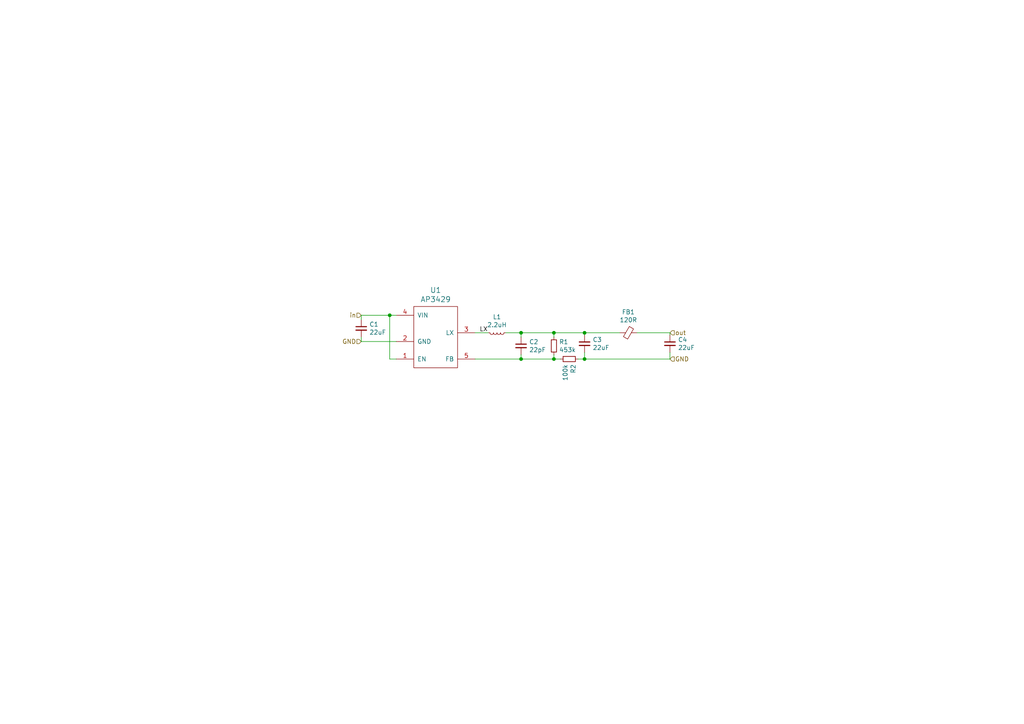
<source format=kicad_sch>
(kicad_sch (version 20211123) (generator eeschema)

  (uuid 1895faed-13c7-4877-930c-ef39a1d7419c)

  (paper "A4")

  (lib_symbols
    (symbol "Device:C_Small" (pin_numbers hide) (pin_names (offset 0.254) hide) (in_bom yes) (on_board yes)
      (property "Reference" "C" (id 0) (at 0.254 1.778 0)
        (effects (font (size 1.27 1.27)) (justify left))
      )
      (property "Value" "C_Small" (id 1) (at 0.254 -2.032 0)
        (effects (font (size 1.27 1.27)) (justify left))
      )
      (property "Footprint" "" (id 2) (at 0 0 0)
        (effects (font (size 1.27 1.27)) hide)
      )
      (property "Datasheet" "~" (id 3) (at 0 0 0)
        (effects (font (size 1.27 1.27)) hide)
      )
      (property "ki_keywords" "capacitor cap" (id 4) (at 0 0 0)
        (effects (font (size 1.27 1.27)) hide)
      )
      (property "ki_description" "Unpolarized capacitor, small symbol" (id 5) (at 0 0 0)
        (effects (font (size 1.27 1.27)) hide)
      )
      (property "ki_fp_filters" "C_*" (id 6) (at 0 0 0)
        (effects (font (size 1.27 1.27)) hide)
      )
      (symbol "C_Small_0_1"
        (polyline
          (pts
            (xy -1.524 -0.508)
            (xy 1.524 -0.508)
          )
          (stroke (width 0.3302) (type default) (color 0 0 0 0))
          (fill (type none))
        )
        (polyline
          (pts
            (xy -1.524 0.508)
            (xy 1.524 0.508)
          )
          (stroke (width 0.3048) (type default) (color 0 0 0 0))
          (fill (type none))
        )
      )
      (symbol "C_Small_1_1"
        (pin passive line (at 0 2.54 270) (length 2.032)
          (name "~" (effects (font (size 1.27 1.27))))
          (number "1" (effects (font (size 1.27 1.27))))
        )
        (pin passive line (at 0 -2.54 90) (length 2.032)
          (name "~" (effects (font (size 1.27 1.27))))
          (number "2" (effects (font (size 1.27 1.27))))
        )
      )
    )
    (symbol "Device:Ferrite_Bead_Small" (pin_numbers hide) (pin_names (offset 0)) (in_bom yes) (on_board yes)
      (property "Reference" "FB" (id 0) (at 1.905 1.27 0)
        (effects (font (size 1.27 1.27)) (justify left))
      )
      (property "Value" "Device_Ferrite_Bead_Small" (id 1) (at 1.905 -1.27 0)
        (effects (font (size 1.27 1.27)) (justify left))
      )
      (property "Footprint" "" (id 2) (at -1.778 0 90)
        (effects (font (size 1.27 1.27)) hide)
      )
      (property "Datasheet" "" (id 3) (at 0 0 0)
        (effects (font (size 1.27 1.27)) hide)
      )
      (property "ki_fp_filters" "Inductor_* L_* *Ferrite*" (id 4) (at 0 0 0)
        (effects (font (size 1.27 1.27)) hide)
      )
      (symbol "Ferrite_Bead_Small_0_1"
        (polyline
          (pts
            (xy 0 -1.27)
            (xy 0 -0.7874)
          )
          (stroke (width 0) (type default) (color 0 0 0 0))
          (fill (type none))
        )
        (polyline
          (pts
            (xy 0 0.889)
            (xy 0 1.2954)
          )
          (stroke (width 0) (type default) (color 0 0 0 0))
          (fill (type none))
        )
        (polyline
          (pts
            (xy -1.8288 0.2794)
            (xy -1.1176 1.4986)
            (xy 1.8288 -0.2032)
            (xy 1.1176 -1.4224)
            (xy -1.8288 0.2794)
          )
          (stroke (width 0) (type default) (color 0 0 0 0))
          (fill (type none))
        )
      )
      (symbol "Ferrite_Bead_Small_1_1"
        (pin passive line (at 0 2.54 270) (length 1.27)
          (name "~" (effects (font (size 1.27 1.27))))
          (number "1" (effects (font (size 1.27 1.27))))
        )
        (pin passive line (at 0 -2.54 90) (length 1.27)
          (name "~" (effects (font (size 1.27 1.27))))
          (number "2" (effects (font (size 1.27 1.27))))
        )
      )
    )
    (symbol "Device:L_Small" (pin_numbers hide) (pin_names (offset 0.254) hide) (in_bom yes) (on_board yes)
      (property "Reference" "L" (id 0) (at 0.762 1.016 0)
        (effects (font (size 1.27 1.27)) (justify left))
      )
      (property "Value" "L_Small" (id 1) (at 0.762 -1.016 0)
        (effects (font (size 1.27 1.27)) (justify left))
      )
      (property "Footprint" "" (id 2) (at 0 0 0)
        (effects (font (size 1.27 1.27)) hide)
      )
      (property "Datasheet" "~" (id 3) (at 0 0 0)
        (effects (font (size 1.27 1.27)) hide)
      )
      (property "ki_keywords" "inductor choke coil reactor magnetic" (id 4) (at 0 0 0)
        (effects (font (size 1.27 1.27)) hide)
      )
      (property "ki_description" "Inductor, small symbol" (id 5) (at 0 0 0)
        (effects (font (size 1.27 1.27)) hide)
      )
      (property "ki_fp_filters" "Choke_* *Coil* Inductor_* L_*" (id 6) (at 0 0 0)
        (effects (font (size 1.27 1.27)) hide)
      )
      (symbol "L_Small_0_1"
        (arc (start 0 -2.032) (mid 0.508 -1.524) (end 0 -1.016)
          (stroke (width 0) (type default) (color 0 0 0 0))
          (fill (type none))
        )
        (arc (start 0 -1.016) (mid 0.508 -0.508) (end 0 0)
          (stroke (width 0) (type default) (color 0 0 0 0))
          (fill (type none))
        )
        (arc (start 0 0) (mid 0.508 0.508) (end 0 1.016)
          (stroke (width 0) (type default) (color 0 0 0 0))
          (fill (type none))
        )
        (arc (start 0 1.016) (mid 0.508 1.524) (end 0 2.032)
          (stroke (width 0) (type default) (color 0 0 0 0))
          (fill (type none))
        )
      )
      (symbol "L_Small_1_1"
        (pin passive line (at 0 2.54 270) (length 0.508)
          (name "~" (effects (font (size 1.27 1.27))))
          (number "1" (effects (font (size 1.27 1.27))))
        )
        (pin passive line (at 0 -2.54 90) (length 0.508)
          (name "~" (effects (font (size 1.27 1.27))))
          (number "2" (effects (font (size 1.27 1.27))))
        )
      )
    )
    (symbol "Device:R_Small" (pin_numbers hide) (pin_names (offset 0.254) hide) (in_bom yes) (on_board yes)
      (property "Reference" "R" (id 0) (at 0.762 0.508 0)
        (effects (font (size 1.27 1.27)) (justify left))
      )
      (property "Value" "R_Small" (id 1) (at 0.762 -1.016 0)
        (effects (font (size 1.27 1.27)) (justify left))
      )
      (property "Footprint" "" (id 2) (at 0 0 0)
        (effects (font (size 1.27 1.27)) hide)
      )
      (property "Datasheet" "~" (id 3) (at 0 0 0)
        (effects (font (size 1.27 1.27)) hide)
      )
      (property "ki_keywords" "R resistor" (id 4) (at 0 0 0)
        (effects (font (size 1.27 1.27)) hide)
      )
      (property "ki_description" "Resistor, small symbol" (id 5) (at 0 0 0)
        (effects (font (size 1.27 1.27)) hide)
      )
      (property "ki_fp_filters" "R_*" (id 6) (at 0 0 0)
        (effects (font (size 1.27 1.27)) hide)
      )
      (symbol "R_Small_0_1"
        (rectangle (start -0.762 1.778) (end 0.762 -1.778)
          (stroke (width 0.2032) (type default) (color 0 0 0 0))
          (fill (type none))
        )
      )
      (symbol "R_Small_1_1"
        (pin passive line (at 0 2.54 270) (length 0.762)
          (name "~" (effects (font (size 1.27 1.27))))
          (number "1" (effects (font (size 1.27 1.27))))
        )
        (pin passive line (at 0 -2.54 90) (length 0.762)
          (name "~" (effects (font (size 1.27 1.27))))
          (number "2" (effects (font (size 1.27 1.27))))
        )
      )
    )
    (symbol "local:AP3429" (pin_names (offset 1.016)) (in_bom yes) (on_board yes)
      (property "Reference" "U" (id 0) (at -2.54 12.7 0)
        (effects (font (size 1.524 1.524)))
      )
      (property "Value" "AP3429" (id 1) (at 0 10.16 0)
        (effects (font (size 1.524 1.524)))
      )
      (property "Footprint" "Package_TO_SOT_SMD:TSOT-23-5" (id 2) (at 0 0 0)
        (effects (font (size 1.524 1.524)) hide)
      )
      (property "Datasheet" "" (id 3) (at 0 0 0)
        (effects (font (size 1.524 1.524)) hide)
      )
      (symbol "AP3429_0_1"
        (rectangle (start -5.08 7.62) (end 7.62 -10.16)
          (stroke (width 0) (type default) (color 0 0 0 0))
          (fill (type none))
        )
        (pin input line (at -10.16 -7.62 0) (length 5.08)
          (name "EN" (effects (font (size 1.27 1.27))))
          (number "1" (effects (font (size 1.27 1.27))))
        )
        (pin output line (at 12.7 0 180) (length 5.08)
          (name "LX" (effects (font (size 1.27 1.27))))
          (number "3" (effects (font (size 1.27 1.27))))
        )
        (pin input line (at 12.7 -7.62 180) (length 5.08)
          (name "FB" (effects (font (size 1.27 1.27))))
          (number "5" (effects (font (size 1.27 1.27))))
        )
      )
      (symbol "AP3429_1_1"
        (pin power_in line (at -10.16 -2.54 0) (length 5.08)
          (name "GND" (effects (font (size 1.27 1.27))))
          (number "2" (effects (font (size 1.27 1.27))))
        )
        (pin power_in line (at -10.16 5.08 0) (length 5.08)
          (name "VIN" (effects (font (size 1.27 1.27))))
          (number "4" (effects (font (size 1.27 1.27))))
        )
      )
    )
  )

  (junction (at 151.13 104.14) (diameter 0) (color 0 0 0 0)
    (uuid 04cdd8f8-cd34-4688-8d33-9b3028a49d5b)
  )
  (junction (at 169.545 96.52) (diameter 0) (color 0 0 0 0)
    (uuid 4811293a-b008-4a73-a003-f38eb2bf7242)
  )
  (junction (at 151.13 96.52) (diameter 0) (color 0 0 0 0)
    (uuid 58577f93-6376-491f-93e4-26c31429c6f7)
  )
  (junction (at 160.655 104.14) (diameter 0) (color 0 0 0 0)
    (uuid 8f21105a-9360-4bf2-9493-e9dfe2dfab35)
  )
  (junction (at 113.03 91.44) (diameter 0) (color 0 0 0 0)
    (uuid 90bf9e19-9294-4bd8-b82b-4ad0c099a0d0)
  )
  (junction (at 160.655 96.52) (diameter 0) (color 0 0 0 0)
    (uuid af7b04b5-24cb-43ba-aeec-6dd396954345)
  )
  (junction (at 169.545 104.14) (diameter 0) (color 0 0 0 0)
    (uuid b37fcf0d-fc38-4ffc-b860-642b32908ac3)
  )

  (wire (pts (xy 151.13 96.52) (xy 160.655 96.52))
    (stroke (width 0) (type default) (color 0 0 0 0))
    (uuid 10afb69f-88b5-430b-a1f5-4c93e01fd9df)
  )
  (wire (pts (xy 141.605 96.52) (xy 137.795 96.52))
    (stroke (width 0) (type default) (color 0 0 0 0))
    (uuid 1c3669c0-0eab-4599-ab21-a6858d52452e)
  )
  (wire (pts (xy 160.655 96.52) (xy 160.655 97.79))
    (stroke (width 0) (type default) (color 0 0 0 0))
    (uuid 24dc0b68-e4a7-492d-9f73-825606fef747)
  )
  (wire (pts (xy 167.64 104.14) (xy 169.545 104.14))
    (stroke (width 0) (type default) (color 0 0 0 0))
    (uuid 2664334e-6dce-4215-8850-a4e852b3b2a8)
  )
  (wire (pts (xy 114.935 104.14) (xy 113.03 104.14))
    (stroke (width 0) (type default) (color 0 0 0 0))
    (uuid 3138170e-4418-49f6-8896-452ab64418e7)
  )
  (wire (pts (xy 179.705 96.52) (xy 169.545 96.52))
    (stroke (width 0) (type default) (color 0 0 0 0))
    (uuid 31cf3105-c758-4355-8bc1-92354d701fa9)
  )
  (wire (pts (xy 113.03 104.14) (xy 113.03 91.44))
    (stroke (width 0) (type default) (color 0 0 0 0))
    (uuid 41eed602-0fea-4ef8-a9e5-ed96e79434e5)
  )
  (wire (pts (xy 114.935 99.06) (xy 104.775 99.06))
    (stroke (width 0) (type default) (color 0 0 0 0))
    (uuid 457760e4-68b3-4053-9730-8501e1decf96)
  )
  (wire (pts (xy 160.655 104.14) (xy 162.56 104.14))
    (stroke (width 0) (type default) (color 0 0 0 0))
    (uuid 540d594f-a0ab-493b-8eb8-cf739bcadba4)
  )
  (wire (pts (xy 160.655 102.87) (xy 160.655 104.14))
    (stroke (width 0) (type default) (color 0 0 0 0))
    (uuid 6edd68ec-5ec5-4092-86b0-fbdc97292ed7)
  )
  (wire (pts (xy 184.785 96.52) (xy 194.31 96.52))
    (stroke (width 0) (type default) (color 0 0 0 0))
    (uuid 73cd7902-2c69-45fb-9627-0688659f736d)
  )
  (wire (pts (xy 160.655 96.52) (xy 169.545 96.52))
    (stroke (width 0) (type default) (color 0 0 0 0))
    (uuid 7831b387-82e3-494b-b358-9b9bcfa2fca2)
  )
  (wire (pts (xy 104.775 92.71) (xy 104.775 91.44))
    (stroke (width 0) (type default) (color 0 0 0 0))
    (uuid 7e028963-6672-40c8-bd9f-abe51c1d7076)
  )
  (wire (pts (xy 169.545 102.235) (xy 169.545 104.14))
    (stroke (width 0) (type default) (color 0 0 0 0))
    (uuid 813659b7-9d6f-4d5d-9802-43adee59f4c0)
  )
  (wire (pts (xy 151.13 104.14) (xy 151.13 102.87))
    (stroke (width 0) (type default) (color 0 0 0 0))
    (uuid 87fbac07-a293-443c-83ec-c6086b7e7478)
  )
  (wire (pts (xy 194.31 102.235) (xy 194.31 104.14))
    (stroke (width 0) (type default) (color 0 0 0 0))
    (uuid 9f236d68-469d-4b8f-97c9-65e36ab723b6)
  )
  (wire (pts (xy 137.795 104.14) (xy 151.13 104.14))
    (stroke (width 0) (type default) (color 0 0 0 0))
    (uuid aaee159f-c6d7-4469-b430-53ff9ab882a8)
  )
  (wire (pts (xy 194.31 96.52) (xy 194.31 97.155))
    (stroke (width 0) (type default) (color 0 0 0 0))
    (uuid b76c1dac-04c2-46fc-ab06-a48f508659cb)
  )
  (wire (pts (xy 169.545 104.14) (xy 194.31 104.14))
    (stroke (width 0) (type default) (color 0 0 0 0))
    (uuid b9e85062-d072-4591-8add-7aea52dbbd1a)
  )
  (wire (pts (xy 151.13 96.52) (xy 151.13 97.79))
    (stroke (width 0) (type default) (color 0 0 0 0))
    (uuid bd3bdbb2-8dff-48ba-ab6f-a0966f80dd66)
  )
  (wire (pts (xy 151.13 104.14) (xy 160.655 104.14))
    (stroke (width 0) (type default) (color 0 0 0 0))
    (uuid dc56904f-2236-4051-b362-4cd7ddbd1124)
  )
  (wire (pts (xy 169.545 96.52) (xy 169.545 97.155))
    (stroke (width 0) (type default) (color 0 0 0 0))
    (uuid e3121f13-05ec-4ef3-a975-b5f8442923a6)
  )
  (wire (pts (xy 104.775 99.06) (xy 104.775 97.79))
    (stroke (width 0) (type default) (color 0 0 0 0))
    (uuid ea8989d3-068c-4f66-8696-cd47f9f04717)
  )
  (wire (pts (xy 104.775 91.44) (xy 113.03 91.44))
    (stroke (width 0) (type default) (color 0 0 0 0))
    (uuid eec8d22b-7fd3-4ac8-b070-6c5b62614bfb)
  )
  (wire (pts (xy 113.03 91.44) (xy 114.935 91.44))
    (stroke (width 0) (type default) (color 0 0 0 0))
    (uuid f28d1e80-d464-46b3-a018-e8394413b2d9)
  )
  (wire (pts (xy 146.685 96.52) (xy 151.13 96.52))
    (stroke (width 0) (type default) (color 0 0 0 0))
    (uuid fb78dc48-d3b0-4bee-8e90-bebffb50626e)
  )

  (label "LX" (at 139.065 96.52 0)
    (effects (font (size 1.27 1.27)) (justify left bottom))
    (uuid 27049ae1-4ac2-4988-bae1-1283740872a9)
  )

  (hierarchical_label "out" (shape input) (at 194.31 96.52 0)
    (effects (font (size 1.27 1.27)) (justify left))
    (uuid 0684b8f8-e2ed-4801-a725-86af8db20a47)
  )
  (hierarchical_label "GND" (shape input) (at 194.31 104.14 0)
    (effects (font (size 1.27 1.27)) (justify left))
    (uuid 3a157695-9c71-4123-9d47-e9f157bde643)
  )
  (hierarchical_label "GND" (shape input) (at 104.775 99.06 180)
    (effects (font (size 1.27 1.27)) (justify right))
    (uuid 3c0a99dc-20ac-4811-a5c2-d5beece6d2f9)
  )
  (hierarchical_label "in" (shape input) (at 104.775 91.44 180)
    (effects (font (size 1.27 1.27)) (justify right))
    (uuid 6c95b0d9-979f-4c5f-87ce-06777210cc5a)
  )

  (symbol (lib_id "Device:R_Small") (at 160.655 100.33 0) (unit 1)
    (in_bom yes) (on_board yes)
    (uuid 1457747b-2fc9-4ac7-8b63-7947bf2ada0d)
    (property "Reference" "R1" (id 0) (at 162.1536 99.1616 0)
      (effects (font (size 1.27 1.27)) (justify left))
    )
    (property "Value" "453k" (id 1) (at 162.1536 101.473 0)
      (effects (font (size 1.27 1.27)) (justify left))
    )
    (property "Footprint" "Capacitor_SMD:C_0402_1005Metric" (id 2) (at 160.655 100.33 0)
      (effects (font (size 1.27 1.27)) hide)
    )
    (property "Datasheet" "~" (id 3) (at 160.655 100.33 0)
      (effects (font (size 1.27 1.27)) hide)
    )
    (pin "1" (uuid a5a31a6c-d9a9-483f-8759-70eebf24e992))
    (pin "2" (uuid 6de124e0-e6d1-4da0-b60b-028d0b918973))
  )

  (symbol (lib_id "Device:L_Small") (at 144.145 96.52 270) (unit 1)
    (in_bom yes) (on_board yes)
    (uuid 6496190f-da8f-4708-a07e-c75f97c01e79)
    (property "Reference" "L1" (id 0) (at 144.145 91.9226 90))
    (property "Value" "2.2uH" (id 1) (at 144.145 94.234 90))
    (property "Footprint" "Inductor_SMD:L_Taiyo-Yuden_NR-50xx" (id 2) (at 144.145 96.52 0)
      (effects (font (size 1.27 1.27)) hide)
    )
    (property "Datasheet" "~" (id 3) (at 144.145 96.52 0)
      (effects (font (size 1.27 1.27)) hide)
    )
    (property "MPN" "NRS5030T2R2NMGJ" (id 4) (at 144.145 96.52 0)
      (effects (font (size 1.27 1.27)) hide)
    )
    (pin "1" (uuid fc87b94e-dc29-4b75-bf28-56814cdcc8da))
    (pin "2" (uuid 01d4a161-e116-4f74-bf78-7e5831546eae))
  )

  (symbol (lib_id "Device:C_Small") (at 194.31 99.695 0) (unit 1)
    (in_bom yes) (on_board yes)
    (uuid 64af0df8-7f41-4bb8-b50a-e079cb213d11)
    (property "Reference" "C4" (id 0) (at 196.6468 98.5266 0)
      (effects (font (size 1.27 1.27)) (justify left))
    )
    (property "Value" "22uF" (id 1) (at 196.6468 100.838 0)
      (effects (font (size 1.27 1.27)) (justify left))
    )
    (property "Footprint" "Capacitor_SMD:C_0603_1608Metric" (id 2) (at 194.31 99.695 0)
      (effects (font (size 1.27 1.27)) hide)
    )
    (property "Datasheet" "~" (id 3) (at 194.31 99.695 0)
      (effects (font (size 1.27 1.27)) hide)
    )
    (pin "1" (uuid f63c38fc-fb78-4c81-ac77-0675c7dff8d7))
    (pin "2" (uuid d3eb60d8-97d0-4353-a56e-703cceef600f))
  )

  (symbol (lib_id "Device:Ferrite_Bead_Small") (at 182.245 96.52 270) (unit 1)
    (in_bom yes) (on_board yes)
    (uuid 6c6faa2a-5196-4975-8fe7-0051813f4b23)
    (property "Reference" "FB1" (id 0) (at 182.245 90.5002 90))
    (property "Value" "120R" (id 1) (at 182.245 92.8116 90))
    (property "Footprint" "Resistor_SMD:R_0805_2012Metric" (id 2) (at 182.245 94.742 90)
      (effects (font (size 1.27 1.27)) hide)
    )
    (property "Datasheet" "~" (id 3) (at 182.245 96.52 0)
      (effects (font (size 1.27 1.27)) hide)
    )
    (pin "1" (uuid 0fdaeb4e-90d5-42a5-a407-09953eb749b3))
    (pin "2" (uuid 80c61880-5e62-4272-a8e5-a0859e8f862f))
  )

  (symbol (lib_id "Device:C_Small") (at 151.13 100.33 0) (unit 1)
    (in_bom yes) (on_board yes)
    (uuid 91a46cb4-d220-4883-b3f9-e568b955e38e)
    (property "Reference" "C2" (id 0) (at 153.4668 99.1616 0)
      (effects (font (size 1.27 1.27)) (justify left))
    )
    (property "Value" "22pF" (id 1) (at 153.4668 101.473 0)
      (effects (font (size 1.27 1.27)) (justify left))
    )
    (property "Footprint" "Capacitor_SMD:C_0402_1005Metric" (id 2) (at 151.13 100.33 0)
      (effects (font (size 1.27 1.27)) hide)
    )
    (property "Datasheet" "~" (id 3) (at 151.13 100.33 0)
      (effects (font (size 1.27 1.27)) hide)
    )
    (pin "1" (uuid 4a4f7902-7d9a-4a08-9775-2d1f59be9a52))
    (pin "2" (uuid f40989a0-2b91-4b8f-9e96-05387988cf71))
  )

  (symbol (lib_id "Device:C_Small") (at 104.775 95.25 0) (unit 1)
    (in_bom yes) (on_board yes)
    (uuid a60c0d1c-e7ad-4308-ac85-b391a5a3e3f6)
    (property "Reference" "C1" (id 0) (at 107.1118 94.0816 0)
      (effects (font (size 1.27 1.27)) (justify left))
    )
    (property "Value" "22uF" (id 1) (at 107.1118 96.393 0)
      (effects (font (size 1.27 1.27)) (justify left))
    )
    (property "Footprint" "Capacitor_SMD:C_0603_1608Metric" (id 2) (at 104.775 95.25 0)
      (effects (font (size 1.27 1.27)) hide)
    )
    (property "Datasheet" "~" (id 3) (at 104.775 95.25 0)
      (effects (font (size 1.27 1.27)) hide)
    )
    (pin "1" (uuid 3f5f5743-345e-4466-8de3-215cce4e2537))
    (pin "2" (uuid c0fb0a9b-03fc-4cbc-baa5-388eb0d50f54))
  )

  (symbol (lib_id "Device:R_Small") (at 165.1 104.14 270) (unit 1)
    (in_bom yes) (on_board yes)
    (uuid b94a987f-afdf-430c-b416-83464cbfb14a)
    (property "Reference" "R2" (id 0) (at 166.2684 105.6386 0)
      (effects (font (size 1.27 1.27)) (justify left))
    )
    (property "Value" "100k" (id 1) (at 163.957 105.6386 0)
      (effects (font (size 1.27 1.27)) (justify left))
    )
    (property "Footprint" "Capacitor_SMD:C_0402_1005Metric" (id 2) (at 165.1 104.14 0)
      (effects (font (size 1.27 1.27)) hide)
    )
    (property "Datasheet" "~" (id 3) (at 165.1 104.14 0)
      (effects (font (size 1.27 1.27)) hide)
    )
    (pin "1" (uuid 9bec01a1-06eb-4dda-875d-5f99c6d7fdbf))
    (pin "2" (uuid a52eecb1-d1b3-4065-bfc7-22307b63d873))
  )

  (symbol (lib_id "local:AP3429") (at 125.095 96.52 0) (unit 1)
    (in_bom yes) (on_board yes)
    (uuid edab5711-c4fa-4dbd-98b1-2adf6590b8cf)
    (property "Reference" "U1" (id 0) (at 126.365 84.1502 0)
      (effects (font (size 1.524 1.524)))
    )
    (property "Value" "AP3429" (id 1) (at 126.365 86.8426 0)
      (effects (font (size 1.524 1.524)))
    )
    (property "Footprint" "Package_TO_SOT_SMD:TSOT-23-5" (id 2) (at 125.095 96.52 0)
      (effects (font (size 1.524 1.524)) hide)
    )
    (property "Datasheet" "" (id 3) (at 125.095 96.52 0)
      (effects (font (size 1.524 1.524)) hide)
    )
    (property "MPN" "AP3429AKTTR-G1" (id 4) (at 125.095 96.52 0)
      (effects (font (size 1.27 1.27)) hide)
    )
    (pin "1" (uuid b413a308-b4fe-4b46-b675-ea29686635c4))
    (pin "3" (uuid 470cdd01-d885-4af9-a4ae-7a78e479fce4))
    (pin "5" (uuid 277994d5-077d-4943-8a14-10fc4e023a87))
    (pin "2" (uuid ae3f78aa-0a0d-4d3c-aeea-f2867371075c))
    (pin "4" (uuid 515593da-6a96-417a-8e0b-be8e5953ea87))
  )

  (symbol (lib_id "Device:C_Small") (at 169.545 99.695 0) (unit 1)
    (in_bom yes) (on_board yes)
    (uuid f6bf208c-b957-49ad-b82e-28838b8f21e2)
    (property "Reference" "C3" (id 0) (at 171.8818 98.5266 0)
      (effects (font (size 1.27 1.27)) (justify left))
    )
    (property "Value" "22uF" (id 1) (at 171.8818 100.838 0)
      (effects (font (size 1.27 1.27)) (justify left))
    )
    (property "Footprint" "Capacitor_SMD:C_0603_1608Metric" (id 2) (at 169.545 99.695 0)
      (effects (font (size 1.27 1.27)) hide)
    )
    (property "Datasheet" "~" (id 3) (at 169.545 99.695 0)
      (effects (font (size 1.27 1.27)) hide)
    )
    (pin "1" (uuid e2d6de0d-8490-4228-831e-f6d69635ad56))
    (pin "2" (uuid 28f230b4-1f8d-4952-9e43-7a2e78d23be4))
  )
)

</source>
